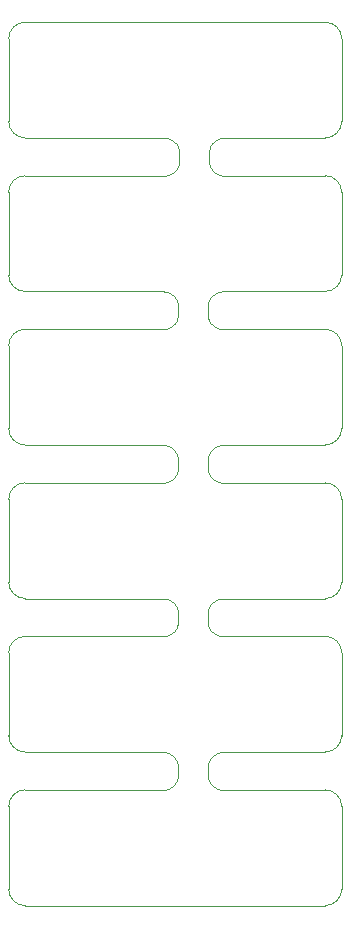
<source format=gbr>
%TF.GenerationSoftware,KiCad,Pcbnew,(5.1.10)-1*%
%TF.CreationDate,2021-10-07T19:24:08+02:00*%
%TF.ProjectId,output.KSI_rotator_endstop,6f757470-7574-42e4-9b53-495f726f7461,rev?*%
%TF.SameCoordinates,Original*%
%TF.FileFunction,Profile,NP*%
%FSLAX46Y46*%
G04 Gerber Fmt 4.6, Leading zero omitted, Abs format (unit mm)*
G04 Created by KiCad (PCBNEW (5.1.10)-1) date 2021-10-07 19:24:08*
%MOMM*%
%LPD*%
G01*
G04 APERTURE LIST*
%TA.AperFunction,Profile*%
%ADD10C,0.050000*%
%TD*%
%TA.AperFunction,Profile*%
%ADD11C,0.100000*%
%TD*%
G04 APERTURE END LIST*
D10*
X125800000Y-150000000D02*
G75*
G02*
X127200000Y-148600000I1400000J0D01*
G01*
X127200000Y-158400000D02*
G75*
G02*
X125800000Y-157000000I0J1400000D01*
G01*
X154000000Y-157000000D02*
G75*
G02*
X152600000Y-158400000I-1400000J0D01*
G01*
X152600000Y-148600000D02*
G75*
G02*
X154000000Y-150000000I0J-1400000D01*
G01*
X152600000Y-158400000D02*
X127200000Y-158400000D01*
X125800000Y-150000000D02*
X125800000Y-157000000D01*
X154000000Y-150000000D02*
X154000000Y-157000000D01*
X125800000Y-137000000D02*
G75*
G02*
X127200000Y-135600000I1400000J0D01*
G01*
X127200000Y-145400000D02*
G75*
G02*
X125800000Y-144000000I0J1400000D01*
G01*
X154000000Y-144000000D02*
G75*
G02*
X152600000Y-145400000I-1400000J0D01*
G01*
X152600000Y-135600000D02*
G75*
G02*
X154000000Y-137000000I0J-1400000D01*
G01*
X125800000Y-137000000D02*
X125800000Y-144000000D01*
X154000000Y-137000000D02*
X154000000Y-144000000D01*
X125800000Y-124000000D02*
G75*
G02*
X127200000Y-122600000I1400000J0D01*
G01*
X127200000Y-132400000D02*
G75*
G02*
X125800000Y-131000000I0J1400000D01*
G01*
X154000000Y-131000000D02*
G75*
G02*
X152600000Y-132400000I-1400000J0D01*
G01*
X152600000Y-122600000D02*
G75*
G02*
X154000000Y-124000000I0J-1400000D01*
G01*
X125800000Y-124000000D02*
X125800000Y-131000000D01*
X154000000Y-124000000D02*
X154000000Y-131000000D01*
X125800000Y-111000000D02*
G75*
G02*
X127200000Y-109600000I1400000J0D01*
G01*
X127200000Y-119400000D02*
G75*
G02*
X125800000Y-118000000I0J1400000D01*
G01*
X154000000Y-118000000D02*
G75*
G02*
X152600000Y-119400000I-1400000J0D01*
G01*
X152600000Y-109600000D02*
G75*
G02*
X154000000Y-111000000I0J-1400000D01*
G01*
X125800000Y-111000000D02*
X125800000Y-118000000D01*
X154000000Y-111000000D02*
X154000000Y-118000000D01*
X125800000Y-98000000D02*
G75*
G02*
X127200000Y-96600000I1400000J0D01*
G01*
X127200000Y-106400000D02*
G75*
G02*
X125800000Y-105000000I0J1400000D01*
G01*
X154000000Y-105000000D02*
G75*
G02*
X152600000Y-106400000I-1400000J0D01*
G01*
X152600000Y-96600000D02*
G75*
G02*
X154000000Y-98000000I0J-1400000D01*
G01*
X125800000Y-98000000D02*
X125800000Y-105000000D01*
X154000000Y-98000000D02*
X154000000Y-105000000D01*
X154000000Y-85000000D02*
X154000000Y-92000000D01*
X127200000Y-83600000D02*
X152600000Y-83600000D01*
X125800000Y-85000000D02*
X125800000Y-92000000D01*
X154000000Y-92000000D02*
G75*
G02*
X152600000Y-93400000I-1400000J0D01*
G01*
X152600000Y-83600000D02*
G75*
G02*
X154000000Y-85000000I0J-1400000D01*
G01*
X125800000Y-85000000D02*
G75*
G02*
X127200000Y-83600000I1400000J0D01*
G01*
X127200000Y-93400000D02*
G75*
G02*
X125800000Y-92000000I0J1400000D01*
G01*
D11*
X143900008Y-119400000D02*
X152600000Y-119400000D01*
X138899982Y-119400000D02*
X127200000Y-119400000D01*
X138899982Y-122600000D02*
X127200000Y-122600000D01*
X143900008Y-122600000D02*
X152600000Y-122600000D01*
X138899982Y-122600000D02*
X138999686Y-122592313D01*
X138899982Y-119400000D02*
X138999686Y-119407687D01*
X138999686Y-122592313D02*
X139098504Y-122576985D01*
X138999686Y-119407687D02*
X139098504Y-119423015D01*
X139098504Y-122576985D02*
X139195851Y-122554107D01*
X139098504Y-119423015D02*
X139195851Y-119445893D01*
X139195851Y-122554107D02*
X139291151Y-122523814D01*
X139195851Y-119445893D02*
X139291151Y-119476186D01*
X139291151Y-122523814D02*
X139383841Y-122486285D01*
X139291151Y-119476186D02*
X139383841Y-119513715D01*
X139383841Y-122486285D02*
X139473372Y-122441742D01*
X139383841Y-119513715D02*
X139473372Y-119558258D01*
X139473372Y-122441742D02*
X139559214Y-122390449D01*
X139473372Y-119558258D02*
X139559214Y-119609551D01*
X139559214Y-122390449D02*
X139640859Y-122332709D01*
X139559214Y-119609551D02*
X139640859Y-119667291D01*
X139640859Y-122332709D02*
X139717824Y-122268864D01*
X139640859Y-119667291D02*
X139717824Y-119731136D01*
X139717824Y-122268864D02*
X139789654Y-122199292D01*
X139717824Y-119731136D02*
X139789654Y-119800708D01*
X139789654Y-122199292D02*
X139855924Y-122124405D01*
X139789654Y-119800708D02*
X139855924Y-119875595D01*
X139855924Y-122124405D02*
X139916242Y-122044646D01*
X139855924Y-119875595D02*
X139916242Y-119955354D01*
X139916242Y-122044646D02*
X139970251Y-121960487D01*
X139916242Y-119955354D02*
X139970251Y-120039513D01*
X139970251Y-121960487D02*
X140017631Y-121872426D01*
X139970251Y-120039513D02*
X140017631Y-120127574D01*
X140017631Y-121872426D02*
X140058102Y-121780984D01*
X140017631Y-120127574D02*
X140058102Y-120219016D01*
X140058102Y-121780984D02*
X140091424Y-121686702D01*
X140058102Y-120219016D02*
X140091424Y-120313298D01*
X140091424Y-121686702D02*
X140117400Y-121590138D01*
X140091424Y-120313298D02*
X140117400Y-120409862D01*
X140117400Y-121590138D02*
X140135877Y-121491863D01*
X140117400Y-120409862D02*
X140135877Y-120508137D01*
X140135877Y-121491863D02*
X140146745Y-121392458D01*
X140135877Y-120508137D02*
X140146745Y-120607542D01*
X140146745Y-121392458D02*
X140149940Y-121292512D01*
X140146745Y-120607542D02*
X140149940Y-120707488D01*
X140149940Y-120707488D02*
X140149940Y-121292512D01*
X143900008Y-122600000D02*
X143800304Y-122592313D01*
X143900008Y-119400000D02*
X143800304Y-119407687D01*
X143800304Y-122592313D02*
X143701486Y-122576985D01*
X143800304Y-119407687D02*
X143701486Y-119423015D01*
X143701486Y-122576985D02*
X143604139Y-122554107D01*
X143701486Y-119423015D02*
X143604139Y-119445893D01*
X143604139Y-122554107D02*
X143508839Y-122523814D01*
X143604139Y-119445893D02*
X143508839Y-119476186D01*
X143508839Y-122523814D02*
X143416149Y-122486285D01*
X143508839Y-119476186D02*
X143416149Y-119513715D01*
X143416149Y-122486285D02*
X143326618Y-122441742D01*
X143416149Y-119513715D02*
X143326618Y-119558258D01*
X143326618Y-122441742D02*
X143240776Y-122390449D01*
X143326618Y-119558258D02*
X143240776Y-119609551D01*
X143240776Y-122390449D02*
X143159131Y-122332709D01*
X143240776Y-119609551D02*
X143159131Y-119667291D01*
X143159131Y-122332709D02*
X143082166Y-122268864D01*
X143159131Y-119667291D02*
X143082166Y-119731136D01*
X143082166Y-122268864D02*
X143010336Y-122199292D01*
X143082166Y-119731136D02*
X143010336Y-119800708D01*
X143010336Y-122199292D02*
X142944066Y-122124405D01*
X143010336Y-119800708D02*
X142944066Y-119875595D01*
X142944066Y-122124405D02*
X142883748Y-122044646D01*
X142944066Y-119875595D02*
X142883748Y-119955354D01*
X142883748Y-122044646D02*
X142829739Y-121960487D01*
X142883748Y-119955354D02*
X142829739Y-120039513D01*
X142829739Y-121960487D02*
X142782359Y-121872426D01*
X142829739Y-120039513D02*
X142782359Y-120127574D01*
X142782359Y-121872426D02*
X142741888Y-121780984D01*
X142782359Y-120127574D02*
X142741888Y-120219016D01*
X142741888Y-121780984D02*
X142708566Y-121686702D01*
X142741888Y-120219016D02*
X142708566Y-120313298D01*
X142708566Y-121686702D02*
X142682590Y-121590138D01*
X142708566Y-120313298D02*
X142682590Y-120409862D01*
X142682590Y-121590138D02*
X142664113Y-121491863D01*
X142682590Y-120409862D02*
X142664113Y-120508137D01*
X142664113Y-121491863D02*
X142653245Y-121392458D01*
X142664113Y-120508137D02*
X142653245Y-120607542D01*
X142653245Y-121392458D02*
X142650050Y-121292512D01*
X142653245Y-120607542D02*
X142650050Y-120707488D01*
X142650050Y-120707488D02*
X142650050Y-121292512D01*
X143900008Y-132400000D02*
X152600000Y-132400000D01*
X138899982Y-132400000D02*
X127200000Y-132400000D01*
X138899982Y-135600000D02*
X127200000Y-135600000D01*
X143900008Y-135600000D02*
X152600000Y-135600000D01*
X138899982Y-135600000D02*
X138999686Y-135592313D01*
X138899982Y-132400000D02*
X138999686Y-132407687D01*
X138999686Y-135592313D02*
X139098504Y-135576985D01*
X138999686Y-132407687D02*
X139098504Y-132423015D01*
X139098504Y-135576985D02*
X139195851Y-135554107D01*
X139098504Y-132423015D02*
X139195851Y-132445893D01*
X139195851Y-135554107D02*
X139291151Y-135523814D01*
X139195851Y-132445893D02*
X139291151Y-132476186D01*
X139291151Y-135523814D02*
X139383841Y-135486285D01*
X139291151Y-132476186D02*
X139383841Y-132513715D01*
X139383841Y-135486285D02*
X139473372Y-135441742D01*
X139383841Y-132513715D02*
X139473372Y-132558258D01*
X139473372Y-135441742D02*
X139559214Y-135390449D01*
X139473372Y-132558258D02*
X139559214Y-132609551D01*
X139559214Y-135390449D02*
X139640859Y-135332709D01*
X139559214Y-132609551D02*
X139640859Y-132667291D01*
X139640859Y-135332709D02*
X139717824Y-135268864D01*
X139640859Y-132667291D02*
X139717824Y-132731136D01*
X139717824Y-135268864D02*
X139789654Y-135199292D01*
X139717824Y-132731136D02*
X139789654Y-132800708D01*
X139789654Y-135199292D02*
X139855924Y-135124405D01*
X139789654Y-132800708D02*
X139855924Y-132875595D01*
X139855924Y-135124405D02*
X139916242Y-135044646D01*
X139855924Y-132875595D02*
X139916242Y-132955354D01*
X139916242Y-135044646D02*
X139970251Y-134960487D01*
X139916242Y-132955354D02*
X139970251Y-133039513D01*
X139970251Y-134960487D02*
X140017631Y-134872426D01*
X139970251Y-133039513D02*
X140017631Y-133127574D01*
X140017631Y-134872426D02*
X140058102Y-134780984D01*
X140017631Y-133127574D02*
X140058102Y-133219016D01*
X140058102Y-134780984D02*
X140091424Y-134686702D01*
X140058102Y-133219016D02*
X140091424Y-133313298D01*
X140091424Y-134686702D02*
X140117400Y-134590138D01*
X140091424Y-133313298D02*
X140117400Y-133409862D01*
X140117400Y-134590138D02*
X140135877Y-134491863D01*
X140117400Y-133409862D02*
X140135877Y-133508137D01*
X140135877Y-134491863D02*
X140146745Y-134392458D01*
X140135877Y-133508137D02*
X140146745Y-133607542D01*
X140146745Y-134392458D02*
X140149940Y-134292512D01*
X140146745Y-133607542D02*
X140149940Y-133707488D01*
X140149940Y-133707488D02*
X140149940Y-134292512D01*
X143900008Y-135600000D02*
X143800304Y-135592313D01*
X143900008Y-132400000D02*
X143800304Y-132407687D01*
X143800304Y-135592313D02*
X143701486Y-135576985D01*
X143800304Y-132407687D02*
X143701486Y-132423015D01*
X143701486Y-135576985D02*
X143604139Y-135554107D01*
X143701486Y-132423015D02*
X143604139Y-132445893D01*
X143604139Y-135554107D02*
X143508839Y-135523814D01*
X143604139Y-132445893D02*
X143508839Y-132476186D01*
X143508839Y-135523814D02*
X143416149Y-135486285D01*
X143508839Y-132476186D02*
X143416149Y-132513715D01*
X143416149Y-135486285D02*
X143326618Y-135441742D01*
X143416149Y-132513715D02*
X143326618Y-132558258D01*
X143326618Y-135441742D02*
X143240776Y-135390449D01*
X143326618Y-132558258D02*
X143240776Y-132609551D01*
X143240776Y-135390449D02*
X143159131Y-135332709D01*
X143240776Y-132609551D02*
X143159131Y-132667291D01*
X143159131Y-135332709D02*
X143082166Y-135268864D01*
X143159131Y-132667291D02*
X143082166Y-132731136D01*
X143082166Y-135268864D02*
X143010336Y-135199292D01*
X143082166Y-132731136D02*
X143010336Y-132800708D01*
X143010336Y-135199292D02*
X142944066Y-135124405D01*
X143010336Y-132800708D02*
X142944066Y-132875595D01*
X142944066Y-135124405D02*
X142883748Y-135044646D01*
X142944066Y-132875595D02*
X142883748Y-132955354D01*
X142883748Y-135044646D02*
X142829739Y-134960487D01*
X142883748Y-132955354D02*
X142829739Y-133039513D01*
X142829739Y-134960487D02*
X142782359Y-134872426D01*
X142829739Y-133039513D02*
X142782359Y-133127574D01*
X142782359Y-134872426D02*
X142741888Y-134780984D01*
X142782359Y-133127574D02*
X142741888Y-133219016D01*
X142741888Y-134780984D02*
X142708566Y-134686702D01*
X142741888Y-133219016D02*
X142708566Y-133313298D01*
X142708566Y-134686702D02*
X142682590Y-134590138D01*
X142708566Y-133313298D02*
X142682590Y-133409862D01*
X142682590Y-134590138D02*
X142664113Y-134491863D01*
X142682590Y-133409862D02*
X142664113Y-133508137D01*
X142664113Y-134491863D02*
X142653245Y-134392458D01*
X142664113Y-133508137D02*
X142653245Y-133607542D01*
X142653245Y-134392458D02*
X142650050Y-134292512D01*
X142653245Y-133607542D02*
X142650050Y-133707488D01*
X142650050Y-133707488D02*
X142650050Y-134292512D01*
X143900008Y-145400000D02*
X152600000Y-145400000D01*
X138899982Y-145400000D02*
X127200000Y-145400000D01*
X138899982Y-148600000D02*
X127200000Y-148600000D01*
X143900008Y-148600000D02*
X152600000Y-148600000D01*
X138899982Y-148600000D02*
X138999686Y-148592313D01*
X138899982Y-145400000D02*
X138999686Y-145407687D01*
X138999686Y-148592313D02*
X139098504Y-148576985D01*
X138999686Y-145407687D02*
X139098504Y-145423015D01*
X139098504Y-148576985D02*
X139195851Y-148554107D01*
X139098504Y-145423015D02*
X139195851Y-145445893D01*
X139195851Y-148554107D02*
X139291151Y-148523814D01*
X139195851Y-145445893D02*
X139291151Y-145476186D01*
X139291151Y-148523814D02*
X139383841Y-148486285D01*
X139291151Y-145476186D02*
X139383841Y-145513715D01*
X139383841Y-148486285D02*
X139473372Y-148441742D01*
X139383841Y-145513715D02*
X139473372Y-145558258D01*
X139473372Y-148441742D02*
X139559214Y-148390449D01*
X139473372Y-145558258D02*
X139559214Y-145609551D01*
X139559214Y-148390449D02*
X139640859Y-148332709D01*
X139559214Y-145609551D02*
X139640859Y-145667291D01*
X139640859Y-148332709D02*
X139717824Y-148268864D01*
X139640859Y-145667291D02*
X139717824Y-145731136D01*
X139717824Y-148268864D02*
X139789654Y-148199292D01*
X139717824Y-145731136D02*
X139789654Y-145800708D01*
X139789654Y-148199292D02*
X139855924Y-148124405D01*
X139789654Y-145800708D02*
X139855924Y-145875595D01*
X139855924Y-148124405D02*
X139916242Y-148044646D01*
X139855924Y-145875595D02*
X139916242Y-145955354D01*
X139916242Y-148044646D02*
X139970251Y-147960487D01*
X139916242Y-145955354D02*
X139970251Y-146039513D01*
X139970251Y-147960487D02*
X140017631Y-147872426D01*
X139970251Y-146039513D02*
X140017631Y-146127574D01*
X140017631Y-147872426D02*
X140058102Y-147780984D01*
X140017631Y-146127574D02*
X140058102Y-146219016D01*
X140058102Y-147780984D02*
X140091424Y-147686702D01*
X140058102Y-146219016D02*
X140091424Y-146313298D01*
X140091424Y-147686702D02*
X140117400Y-147590138D01*
X140091424Y-146313298D02*
X140117400Y-146409862D01*
X140117400Y-147590138D02*
X140135877Y-147491863D01*
X140117400Y-146409862D02*
X140135877Y-146508137D01*
X140135877Y-147491863D02*
X140146745Y-147392458D01*
X140135877Y-146508137D02*
X140146745Y-146607542D01*
X140146745Y-147392458D02*
X140149940Y-147292512D01*
X140146745Y-146607542D02*
X140149940Y-146707488D01*
X140149940Y-146707488D02*
X140149940Y-147292512D01*
X143900008Y-148600000D02*
X143800304Y-148592313D01*
X143900008Y-145400000D02*
X143800304Y-145407687D01*
X143800304Y-148592313D02*
X143701486Y-148576985D01*
X143800304Y-145407687D02*
X143701486Y-145423015D01*
X143701486Y-148576985D02*
X143604139Y-148554107D01*
X143701486Y-145423015D02*
X143604139Y-145445893D01*
X143604139Y-148554107D02*
X143508839Y-148523814D01*
X143604139Y-145445893D02*
X143508839Y-145476186D01*
X143508839Y-148523814D02*
X143416149Y-148486285D01*
X143508839Y-145476186D02*
X143416149Y-145513715D01*
X143416149Y-148486285D02*
X143326618Y-148441742D01*
X143416149Y-145513715D02*
X143326618Y-145558258D01*
X143326618Y-148441742D02*
X143240776Y-148390449D01*
X143326618Y-145558258D02*
X143240776Y-145609551D01*
X143240776Y-148390449D02*
X143159131Y-148332709D01*
X143240776Y-145609551D02*
X143159131Y-145667291D01*
X143159131Y-148332709D02*
X143082166Y-148268864D01*
X143159131Y-145667291D02*
X143082166Y-145731136D01*
X143082166Y-148268864D02*
X143010336Y-148199292D01*
X143082166Y-145731136D02*
X143010336Y-145800708D01*
X143010336Y-148199292D02*
X142944066Y-148124405D01*
X143010336Y-145800708D02*
X142944066Y-145875595D01*
X142944066Y-148124405D02*
X142883748Y-148044646D01*
X142944066Y-145875595D02*
X142883748Y-145955354D01*
X142883748Y-148044646D02*
X142829739Y-147960487D01*
X142883748Y-145955354D02*
X142829739Y-146039513D01*
X142829739Y-147960487D02*
X142782359Y-147872426D01*
X142829739Y-146039513D02*
X142782359Y-146127574D01*
X142782359Y-147872426D02*
X142741888Y-147780984D01*
X142782359Y-146127574D02*
X142741888Y-146219016D01*
X142741888Y-147780984D02*
X142708566Y-147686702D01*
X142741888Y-146219016D02*
X142708566Y-146313298D01*
X142708566Y-147686702D02*
X142682590Y-147590138D01*
X142708566Y-146313298D02*
X142682590Y-146409862D01*
X142682590Y-147590138D02*
X142664113Y-147491863D01*
X142682590Y-146409862D02*
X142664113Y-146508137D01*
X142664113Y-147491863D02*
X142653245Y-147392458D01*
X142664113Y-146508137D02*
X142653245Y-146607542D01*
X142653245Y-147392458D02*
X142650050Y-147292512D01*
X142653245Y-146607542D02*
X142650050Y-146707488D01*
X142650050Y-146707488D02*
X142650050Y-147292512D01*
X143999998Y-93400000D02*
X152600000Y-93400000D01*
X139000002Y-93400000D02*
X127200000Y-93400000D01*
X139000002Y-96600000D02*
X127200000Y-96600000D01*
X143999998Y-96600000D02*
X152600000Y-96600000D01*
X139000002Y-96600000D02*
X139099706Y-96592313D01*
X139000002Y-93400000D02*
X139099706Y-93407687D01*
X139099706Y-96592313D02*
X139198524Y-96576985D01*
X139099706Y-93407687D02*
X139198524Y-93423015D01*
X139198524Y-96576985D02*
X139295871Y-96554107D01*
X139198524Y-93423015D02*
X139295871Y-93445893D01*
X139295871Y-96554107D02*
X139391171Y-96523814D01*
X139295871Y-93445893D02*
X139391171Y-93476186D01*
X139391171Y-96523814D02*
X139483861Y-96486285D01*
X139391171Y-93476186D02*
X139483861Y-93513715D01*
X139483861Y-96486285D02*
X139573392Y-96441742D01*
X139483861Y-93513715D02*
X139573392Y-93558258D01*
X139573392Y-96441742D02*
X139659234Y-96390449D01*
X139573392Y-93558258D02*
X139659234Y-93609551D01*
X139659234Y-96390449D02*
X139740879Y-96332709D01*
X139659234Y-93609551D02*
X139740879Y-93667291D01*
X139740879Y-96332709D02*
X139817844Y-96268864D01*
X139740879Y-93667291D02*
X139817844Y-93731136D01*
X139817844Y-96268864D02*
X139889674Y-96199292D01*
X139817844Y-93731136D02*
X139889674Y-93800708D01*
X139889674Y-96199292D02*
X139955944Y-96124405D01*
X139889674Y-93800708D02*
X139955944Y-93875595D01*
X139955944Y-96124405D02*
X140016262Y-96044646D01*
X139955944Y-93875595D02*
X140016262Y-93955354D01*
X140016262Y-96044646D02*
X140070271Y-95960487D01*
X140016262Y-93955354D02*
X140070271Y-94039513D01*
X140070271Y-95960487D02*
X140117651Y-95872426D01*
X140070271Y-94039513D02*
X140117651Y-94127574D01*
X140117651Y-95872426D02*
X140158122Y-95780984D01*
X140117651Y-94127574D02*
X140158122Y-94219016D01*
X140158122Y-95780984D02*
X140191444Y-95686702D01*
X140158122Y-94219016D02*
X140191444Y-94313298D01*
X140191444Y-95686702D02*
X140217420Y-95590138D01*
X140191444Y-94313298D02*
X140217420Y-94409862D01*
X140217420Y-95590138D02*
X140235897Y-95491863D01*
X140217420Y-94409862D02*
X140235897Y-94508137D01*
X140235897Y-95491863D02*
X140246765Y-95392458D01*
X140235897Y-94508137D02*
X140246765Y-94607542D01*
X140246765Y-95392458D02*
X140249960Y-95292512D01*
X140246765Y-94607542D02*
X140249960Y-94707488D01*
X140249960Y-94707488D02*
X140249960Y-95292512D01*
X143999998Y-96600000D02*
X143900294Y-96592313D01*
X143999998Y-93400000D02*
X143900294Y-93407687D01*
X143900294Y-96592313D02*
X143801476Y-96576985D01*
X143900294Y-93407687D02*
X143801476Y-93423015D01*
X143801476Y-96576985D02*
X143704129Y-96554107D01*
X143801476Y-93423015D02*
X143704129Y-93445893D01*
X143704129Y-96554107D02*
X143608829Y-96523814D01*
X143704129Y-93445893D02*
X143608829Y-93476186D01*
X143608829Y-96523814D02*
X143516139Y-96486285D01*
X143608829Y-93476186D02*
X143516139Y-93513715D01*
X143516139Y-96486285D02*
X143426608Y-96441742D01*
X143516139Y-93513715D02*
X143426608Y-93558258D01*
X143426608Y-96441742D02*
X143340766Y-96390449D01*
X143426608Y-93558258D02*
X143340766Y-93609551D01*
X143340766Y-96390449D02*
X143259121Y-96332709D01*
X143340766Y-93609551D02*
X143259121Y-93667291D01*
X143259121Y-96332709D02*
X143182156Y-96268864D01*
X143259121Y-93667291D02*
X143182156Y-93731136D01*
X143182156Y-96268864D02*
X143110326Y-96199292D01*
X143182156Y-93731136D02*
X143110326Y-93800708D01*
X143110326Y-96199292D02*
X143044056Y-96124405D01*
X143110326Y-93800708D02*
X143044056Y-93875595D01*
X143044056Y-96124405D02*
X142983738Y-96044646D01*
X143044056Y-93875595D02*
X142983738Y-93955354D01*
X142983738Y-96044646D02*
X142929729Y-95960487D01*
X142983738Y-93955354D02*
X142929729Y-94039513D01*
X142929729Y-95960487D02*
X142882349Y-95872426D01*
X142929729Y-94039513D02*
X142882349Y-94127574D01*
X142882349Y-95872426D02*
X142841878Y-95780984D01*
X142882349Y-94127574D02*
X142841878Y-94219016D01*
X142841878Y-95780984D02*
X142808556Y-95686702D01*
X142841878Y-94219016D02*
X142808556Y-94313298D01*
X142808556Y-95686702D02*
X142782580Y-95590138D01*
X142808556Y-94313298D02*
X142782580Y-94409862D01*
X142782580Y-95590138D02*
X142764103Y-95491863D01*
X142782580Y-94409862D02*
X142764103Y-94508137D01*
X142764103Y-95491863D02*
X142753235Y-95392458D01*
X142764103Y-94508137D02*
X142753235Y-94607542D01*
X142753235Y-95392458D02*
X142750040Y-95292512D01*
X142753235Y-94607542D02*
X142750040Y-94707488D01*
X142750040Y-94707488D02*
X142750040Y-95292512D01*
X143900008Y-106400000D02*
X152600000Y-106400000D01*
X138899982Y-106400000D02*
X127200000Y-106400000D01*
X138899982Y-109600000D02*
X127200000Y-109600000D01*
X143900008Y-109600000D02*
X152600000Y-109600000D01*
X138899982Y-109600000D02*
X138999686Y-109592313D01*
X138899982Y-106400000D02*
X138999686Y-106407687D01*
X138999686Y-109592313D02*
X139098504Y-109576985D01*
X138999686Y-106407687D02*
X139098504Y-106423015D01*
X139098504Y-109576985D02*
X139195851Y-109554107D01*
X139098504Y-106423015D02*
X139195851Y-106445893D01*
X139195851Y-109554107D02*
X139291151Y-109523814D01*
X139195851Y-106445893D02*
X139291151Y-106476186D01*
X139291151Y-109523814D02*
X139383841Y-109486285D01*
X139291151Y-106476186D02*
X139383841Y-106513715D01*
X139383841Y-109486285D02*
X139473372Y-109441742D01*
X139383841Y-106513715D02*
X139473372Y-106558258D01*
X139473372Y-109441742D02*
X139559214Y-109390449D01*
X139473372Y-106558258D02*
X139559214Y-106609551D01*
X139559214Y-109390449D02*
X139640859Y-109332709D01*
X139559214Y-106609551D02*
X139640859Y-106667291D01*
X139640859Y-109332709D02*
X139717824Y-109268864D01*
X139640859Y-106667291D02*
X139717824Y-106731136D01*
X139717824Y-109268864D02*
X139789654Y-109199292D01*
X139717824Y-106731136D02*
X139789654Y-106800708D01*
X139789654Y-109199292D02*
X139855924Y-109124405D01*
X139789654Y-106800708D02*
X139855924Y-106875595D01*
X139855924Y-109124405D02*
X139916242Y-109044646D01*
X139855924Y-106875595D02*
X139916242Y-106955354D01*
X139916242Y-109044646D02*
X139970251Y-108960487D01*
X139916242Y-106955354D02*
X139970251Y-107039513D01*
X139970251Y-108960487D02*
X140017631Y-108872426D01*
X139970251Y-107039513D02*
X140017631Y-107127574D01*
X140017631Y-108872426D02*
X140058102Y-108780984D01*
X140017631Y-107127574D02*
X140058102Y-107219016D01*
X140058102Y-108780984D02*
X140091424Y-108686702D01*
X140058102Y-107219016D02*
X140091424Y-107313298D01*
X140091424Y-108686702D02*
X140117400Y-108590138D01*
X140091424Y-107313298D02*
X140117400Y-107409862D01*
X140117400Y-108590138D02*
X140135877Y-108491863D01*
X140117400Y-107409862D02*
X140135877Y-107508137D01*
X140135877Y-108491863D02*
X140146745Y-108392458D01*
X140135877Y-107508137D02*
X140146745Y-107607542D01*
X140146745Y-108392458D02*
X140149940Y-108292512D01*
X140146745Y-107607542D02*
X140149940Y-107707488D01*
X140149940Y-107707488D02*
X140149940Y-108292512D01*
X143900008Y-109600000D02*
X143800304Y-109592313D01*
X143900008Y-106400000D02*
X143800304Y-106407687D01*
X143800304Y-109592313D02*
X143701486Y-109576985D01*
X143800304Y-106407687D02*
X143701486Y-106423015D01*
X143701486Y-109576985D02*
X143604139Y-109554107D01*
X143701486Y-106423015D02*
X143604139Y-106445893D01*
X143604139Y-109554107D02*
X143508839Y-109523814D01*
X143604139Y-106445893D02*
X143508839Y-106476186D01*
X143508839Y-109523814D02*
X143416149Y-109486285D01*
X143508839Y-106476186D02*
X143416149Y-106513715D01*
X143416149Y-109486285D02*
X143326618Y-109441742D01*
X143416149Y-106513715D02*
X143326618Y-106558258D01*
X143326618Y-109441742D02*
X143240776Y-109390449D01*
X143326618Y-106558258D02*
X143240776Y-106609551D01*
X143240776Y-109390449D02*
X143159131Y-109332709D01*
X143240776Y-106609551D02*
X143159131Y-106667291D01*
X143159131Y-109332709D02*
X143082166Y-109268864D01*
X143159131Y-106667291D02*
X143082166Y-106731136D01*
X143082166Y-109268864D02*
X143010336Y-109199292D01*
X143082166Y-106731136D02*
X143010336Y-106800708D01*
X143010336Y-109199292D02*
X142944066Y-109124405D01*
X143010336Y-106800708D02*
X142944066Y-106875595D01*
X142944066Y-109124405D02*
X142883748Y-109044646D01*
X142944066Y-106875595D02*
X142883748Y-106955354D01*
X142883748Y-109044646D02*
X142829739Y-108960487D01*
X142883748Y-106955354D02*
X142829739Y-107039513D01*
X142829739Y-108960487D02*
X142782359Y-108872426D01*
X142829739Y-107039513D02*
X142782359Y-107127574D01*
X142782359Y-108872426D02*
X142741888Y-108780984D01*
X142782359Y-107127574D02*
X142741888Y-107219016D01*
X142741888Y-108780984D02*
X142708566Y-108686702D01*
X142741888Y-107219016D02*
X142708566Y-107313298D01*
X142708566Y-108686702D02*
X142682590Y-108590138D01*
X142708566Y-107313298D02*
X142682590Y-107409862D01*
X142682590Y-108590138D02*
X142664113Y-108491863D01*
X142682590Y-107409862D02*
X142664113Y-107508137D01*
X142664113Y-108491863D02*
X142653245Y-108392458D01*
X142664113Y-107508137D02*
X142653245Y-107607542D01*
X142653245Y-108392458D02*
X142650050Y-108292512D01*
X142653245Y-107607542D02*
X142650050Y-107707488D01*
X142650050Y-107707488D02*
X142650050Y-108292512D01*
M02*

</source>
